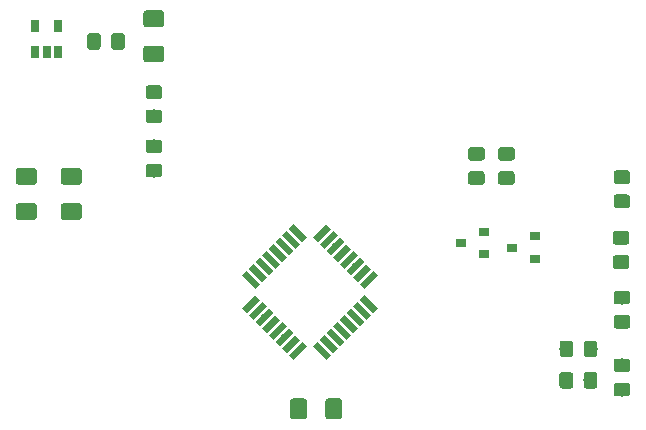
<source format=gbr>
%TF.GenerationSoftware,KiCad,Pcbnew,(5.0.0)*%
%TF.CreationDate,2021-11-23T11:21:32+01:00*%
%TF.ProjectId,PlacaSlave3AGesinen,506C616361536C617665334147657369,rev?*%
%TF.SameCoordinates,Original*%
%TF.FileFunction,Paste,Top*%
%TF.FilePolarity,Positive*%
%FSLAX46Y46*%
G04 Gerber Fmt 4.6, Leading zero omitted, Abs format (unit mm)*
G04 Created by KiCad (PCBNEW (5.0.0)) date 11/23/21 11:21:32*
%MOMM*%
%LPD*%
G01*
G04 APERTURE LIST*
%ADD10C,0.100000*%
%ADD11C,1.425000*%
%ADD12C,1.150000*%
%ADD13R,0.900000X0.800000*%
%ADD14R,0.650000X1.060000*%
%ADD15C,0.550000*%
G04 APERTURE END LIST*
D10*
%TO.C,C1*%
G36*
X133364504Y-79933704D02*
X133388773Y-79937304D01*
X133412571Y-79943265D01*
X133435671Y-79951530D01*
X133457849Y-79962020D01*
X133478893Y-79974633D01*
X133498598Y-79989247D01*
X133516777Y-80005723D01*
X133533253Y-80023902D01*
X133547867Y-80043607D01*
X133560480Y-80064651D01*
X133570970Y-80086829D01*
X133579235Y-80109929D01*
X133585196Y-80133727D01*
X133588796Y-80157996D01*
X133590000Y-80182500D01*
X133590000Y-81107500D01*
X133588796Y-81132004D01*
X133585196Y-81156273D01*
X133579235Y-81180071D01*
X133570970Y-81203171D01*
X133560480Y-81225349D01*
X133547867Y-81246393D01*
X133533253Y-81266098D01*
X133516777Y-81284277D01*
X133498598Y-81300753D01*
X133478893Y-81315367D01*
X133457849Y-81327980D01*
X133435671Y-81338470D01*
X133412571Y-81346735D01*
X133388773Y-81352696D01*
X133364504Y-81356296D01*
X133340000Y-81357500D01*
X132090000Y-81357500D01*
X132065496Y-81356296D01*
X132041227Y-81352696D01*
X132017429Y-81346735D01*
X131994329Y-81338470D01*
X131972151Y-81327980D01*
X131951107Y-81315367D01*
X131931402Y-81300753D01*
X131913223Y-81284277D01*
X131896747Y-81266098D01*
X131882133Y-81246393D01*
X131869520Y-81225349D01*
X131859030Y-81203171D01*
X131850765Y-81180071D01*
X131844804Y-81156273D01*
X131841204Y-81132004D01*
X131840000Y-81107500D01*
X131840000Y-80182500D01*
X131841204Y-80157996D01*
X131844804Y-80133727D01*
X131850765Y-80109929D01*
X131859030Y-80086829D01*
X131869520Y-80064651D01*
X131882133Y-80043607D01*
X131896747Y-80023902D01*
X131913223Y-80005723D01*
X131931402Y-79989247D01*
X131951107Y-79974633D01*
X131972151Y-79962020D01*
X131994329Y-79951530D01*
X132017429Y-79943265D01*
X132041227Y-79937304D01*
X132065496Y-79933704D01*
X132090000Y-79932500D01*
X133340000Y-79932500D01*
X133364504Y-79933704D01*
X133364504Y-79933704D01*
G37*
D11*
X132715000Y-80645000D03*
D10*
G36*
X133364504Y-82908704D02*
X133388773Y-82912304D01*
X133412571Y-82918265D01*
X133435671Y-82926530D01*
X133457849Y-82937020D01*
X133478893Y-82949633D01*
X133498598Y-82964247D01*
X133516777Y-82980723D01*
X133533253Y-82998902D01*
X133547867Y-83018607D01*
X133560480Y-83039651D01*
X133570970Y-83061829D01*
X133579235Y-83084929D01*
X133585196Y-83108727D01*
X133588796Y-83132996D01*
X133590000Y-83157500D01*
X133590000Y-84082500D01*
X133588796Y-84107004D01*
X133585196Y-84131273D01*
X133579235Y-84155071D01*
X133570970Y-84178171D01*
X133560480Y-84200349D01*
X133547867Y-84221393D01*
X133533253Y-84241098D01*
X133516777Y-84259277D01*
X133498598Y-84275753D01*
X133478893Y-84290367D01*
X133457849Y-84302980D01*
X133435671Y-84313470D01*
X133412571Y-84321735D01*
X133388773Y-84327696D01*
X133364504Y-84331296D01*
X133340000Y-84332500D01*
X132090000Y-84332500D01*
X132065496Y-84331296D01*
X132041227Y-84327696D01*
X132017429Y-84321735D01*
X131994329Y-84313470D01*
X131972151Y-84302980D01*
X131951107Y-84290367D01*
X131931402Y-84275753D01*
X131913223Y-84259277D01*
X131896747Y-84241098D01*
X131882133Y-84221393D01*
X131869520Y-84200349D01*
X131859030Y-84178171D01*
X131850765Y-84155071D01*
X131844804Y-84131273D01*
X131841204Y-84107004D01*
X131840000Y-84082500D01*
X131840000Y-83157500D01*
X131841204Y-83132996D01*
X131844804Y-83108727D01*
X131850765Y-83084929D01*
X131859030Y-83061829D01*
X131869520Y-83039651D01*
X131882133Y-83018607D01*
X131896747Y-82998902D01*
X131913223Y-82980723D01*
X131931402Y-82964247D01*
X131951107Y-82949633D01*
X131972151Y-82937020D01*
X131994329Y-82926530D01*
X132017429Y-82918265D01*
X132041227Y-82912304D01*
X132065496Y-82908704D01*
X132090000Y-82907500D01*
X133340000Y-82907500D01*
X133364504Y-82908704D01*
X133364504Y-82908704D01*
G37*
D11*
X132715000Y-83620000D03*
%TD*%
D10*
%TO.C,C2*%
G36*
X148442004Y-112791204D02*
X148466273Y-112794804D01*
X148490071Y-112800765D01*
X148513171Y-112809030D01*
X148535349Y-112819520D01*
X148556393Y-112832133D01*
X148576098Y-112846747D01*
X148594277Y-112863223D01*
X148610753Y-112881402D01*
X148625367Y-112901107D01*
X148637980Y-112922151D01*
X148648470Y-112944329D01*
X148656735Y-112967429D01*
X148662696Y-112991227D01*
X148666296Y-113015496D01*
X148667500Y-113040000D01*
X148667500Y-114290000D01*
X148666296Y-114314504D01*
X148662696Y-114338773D01*
X148656735Y-114362571D01*
X148648470Y-114385671D01*
X148637980Y-114407849D01*
X148625367Y-114428893D01*
X148610753Y-114448598D01*
X148594277Y-114466777D01*
X148576098Y-114483253D01*
X148556393Y-114497867D01*
X148535349Y-114510480D01*
X148513171Y-114520970D01*
X148490071Y-114529235D01*
X148466273Y-114535196D01*
X148442004Y-114538796D01*
X148417500Y-114540000D01*
X147492500Y-114540000D01*
X147467996Y-114538796D01*
X147443727Y-114535196D01*
X147419929Y-114529235D01*
X147396829Y-114520970D01*
X147374651Y-114510480D01*
X147353607Y-114497867D01*
X147333902Y-114483253D01*
X147315723Y-114466777D01*
X147299247Y-114448598D01*
X147284633Y-114428893D01*
X147272020Y-114407849D01*
X147261530Y-114385671D01*
X147253265Y-114362571D01*
X147247304Y-114338773D01*
X147243704Y-114314504D01*
X147242500Y-114290000D01*
X147242500Y-113040000D01*
X147243704Y-113015496D01*
X147247304Y-112991227D01*
X147253265Y-112967429D01*
X147261530Y-112944329D01*
X147272020Y-112922151D01*
X147284633Y-112901107D01*
X147299247Y-112881402D01*
X147315723Y-112863223D01*
X147333902Y-112846747D01*
X147353607Y-112832133D01*
X147374651Y-112819520D01*
X147396829Y-112809030D01*
X147419929Y-112800765D01*
X147443727Y-112794804D01*
X147467996Y-112791204D01*
X147492500Y-112790000D01*
X148417500Y-112790000D01*
X148442004Y-112791204D01*
X148442004Y-112791204D01*
G37*
D11*
X147955000Y-113665000D03*
D10*
G36*
X145467004Y-112791204D02*
X145491273Y-112794804D01*
X145515071Y-112800765D01*
X145538171Y-112809030D01*
X145560349Y-112819520D01*
X145581393Y-112832133D01*
X145601098Y-112846747D01*
X145619277Y-112863223D01*
X145635753Y-112881402D01*
X145650367Y-112901107D01*
X145662980Y-112922151D01*
X145673470Y-112944329D01*
X145681735Y-112967429D01*
X145687696Y-112991227D01*
X145691296Y-113015496D01*
X145692500Y-113040000D01*
X145692500Y-114290000D01*
X145691296Y-114314504D01*
X145687696Y-114338773D01*
X145681735Y-114362571D01*
X145673470Y-114385671D01*
X145662980Y-114407849D01*
X145650367Y-114428893D01*
X145635753Y-114448598D01*
X145619277Y-114466777D01*
X145601098Y-114483253D01*
X145581393Y-114497867D01*
X145560349Y-114510480D01*
X145538171Y-114520970D01*
X145515071Y-114529235D01*
X145491273Y-114535196D01*
X145467004Y-114538796D01*
X145442500Y-114540000D01*
X144517500Y-114540000D01*
X144492996Y-114538796D01*
X144468727Y-114535196D01*
X144444929Y-114529235D01*
X144421829Y-114520970D01*
X144399651Y-114510480D01*
X144378607Y-114497867D01*
X144358902Y-114483253D01*
X144340723Y-114466777D01*
X144324247Y-114448598D01*
X144309633Y-114428893D01*
X144297020Y-114407849D01*
X144286530Y-114385671D01*
X144278265Y-114362571D01*
X144272304Y-114338773D01*
X144268704Y-114314504D01*
X144267500Y-114290000D01*
X144267500Y-113040000D01*
X144268704Y-113015496D01*
X144272304Y-112991227D01*
X144278265Y-112967429D01*
X144286530Y-112944329D01*
X144297020Y-112922151D01*
X144309633Y-112901107D01*
X144324247Y-112881402D01*
X144340723Y-112863223D01*
X144358902Y-112846747D01*
X144378607Y-112832133D01*
X144399651Y-112819520D01*
X144421829Y-112809030D01*
X144444929Y-112800765D01*
X144468727Y-112794804D01*
X144492996Y-112791204D01*
X144517500Y-112790000D01*
X145442500Y-112790000D01*
X145467004Y-112791204D01*
X145467004Y-112791204D01*
G37*
D11*
X144980000Y-113665000D03*
%TD*%
D10*
%TO.C,C3*%
G36*
X126379504Y-93268704D02*
X126403773Y-93272304D01*
X126427571Y-93278265D01*
X126450671Y-93286530D01*
X126472849Y-93297020D01*
X126493893Y-93309633D01*
X126513598Y-93324247D01*
X126531777Y-93340723D01*
X126548253Y-93358902D01*
X126562867Y-93378607D01*
X126575480Y-93399651D01*
X126585970Y-93421829D01*
X126594235Y-93444929D01*
X126600196Y-93468727D01*
X126603796Y-93492996D01*
X126605000Y-93517500D01*
X126605000Y-94442500D01*
X126603796Y-94467004D01*
X126600196Y-94491273D01*
X126594235Y-94515071D01*
X126585970Y-94538171D01*
X126575480Y-94560349D01*
X126562867Y-94581393D01*
X126548253Y-94601098D01*
X126531777Y-94619277D01*
X126513598Y-94635753D01*
X126493893Y-94650367D01*
X126472849Y-94662980D01*
X126450671Y-94673470D01*
X126427571Y-94681735D01*
X126403773Y-94687696D01*
X126379504Y-94691296D01*
X126355000Y-94692500D01*
X125105000Y-94692500D01*
X125080496Y-94691296D01*
X125056227Y-94687696D01*
X125032429Y-94681735D01*
X125009329Y-94673470D01*
X124987151Y-94662980D01*
X124966107Y-94650367D01*
X124946402Y-94635753D01*
X124928223Y-94619277D01*
X124911747Y-94601098D01*
X124897133Y-94581393D01*
X124884520Y-94560349D01*
X124874030Y-94538171D01*
X124865765Y-94515071D01*
X124859804Y-94491273D01*
X124856204Y-94467004D01*
X124855000Y-94442500D01*
X124855000Y-93517500D01*
X124856204Y-93492996D01*
X124859804Y-93468727D01*
X124865765Y-93444929D01*
X124874030Y-93421829D01*
X124884520Y-93399651D01*
X124897133Y-93378607D01*
X124911747Y-93358902D01*
X124928223Y-93340723D01*
X124946402Y-93324247D01*
X124966107Y-93309633D01*
X124987151Y-93297020D01*
X125009329Y-93286530D01*
X125032429Y-93278265D01*
X125056227Y-93272304D01*
X125080496Y-93268704D01*
X125105000Y-93267500D01*
X126355000Y-93267500D01*
X126379504Y-93268704D01*
X126379504Y-93268704D01*
G37*
D11*
X125730000Y-93980000D03*
D10*
G36*
X126379504Y-96243704D02*
X126403773Y-96247304D01*
X126427571Y-96253265D01*
X126450671Y-96261530D01*
X126472849Y-96272020D01*
X126493893Y-96284633D01*
X126513598Y-96299247D01*
X126531777Y-96315723D01*
X126548253Y-96333902D01*
X126562867Y-96353607D01*
X126575480Y-96374651D01*
X126585970Y-96396829D01*
X126594235Y-96419929D01*
X126600196Y-96443727D01*
X126603796Y-96467996D01*
X126605000Y-96492500D01*
X126605000Y-97417500D01*
X126603796Y-97442004D01*
X126600196Y-97466273D01*
X126594235Y-97490071D01*
X126585970Y-97513171D01*
X126575480Y-97535349D01*
X126562867Y-97556393D01*
X126548253Y-97576098D01*
X126531777Y-97594277D01*
X126513598Y-97610753D01*
X126493893Y-97625367D01*
X126472849Y-97637980D01*
X126450671Y-97648470D01*
X126427571Y-97656735D01*
X126403773Y-97662696D01*
X126379504Y-97666296D01*
X126355000Y-97667500D01*
X125105000Y-97667500D01*
X125080496Y-97666296D01*
X125056227Y-97662696D01*
X125032429Y-97656735D01*
X125009329Y-97648470D01*
X124987151Y-97637980D01*
X124966107Y-97625367D01*
X124946402Y-97610753D01*
X124928223Y-97594277D01*
X124911747Y-97576098D01*
X124897133Y-97556393D01*
X124884520Y-97535349D01*
X124874030Y-97513171D01*
X124865765Y-97490071D01*
X124859804Y-97466273D01*
X124856204Y-97442004D01*
X124855000Y-97417500D01*
X124855000Y-96492500D01*
X124856204Y-96467996D01*
X124859804Y-96443727D01*
X124865765Y-96419929D01*
X124874030Y-96396829D01*
X124884520Y-96374651D01*
X124897133Y-96353607D01*
X124911747Y-96333902D01*
X124928223Y-96315723D01*
X124946402Y-96299247D01*
X124966107Y-96284633D01*
X124987151Y-96272020D01*
X125009329Y-96261530D01*
X125032429Y-96253265D01*
X125056227Y-96247304D01*
X125080496Y-96243704D01*
X125105000Y-96242500D01*
X126355000Y-96242500D01*
X126379504Y-96243704D01*
X126379504Y-96243704D01*
G37*
D11*
X125730000Y-96955000D03*
%TD*%
D10*
%TO.C,C4*%
G36*
X122569504Y-96243704D02*
X122593773Y-96247304D01*
X122617571Y-96253265D01*
X122640671Y-96261530D01*
X122662849Y-96272020D01*
X122683893Y-96284633D01*
X122703598Y-96299247D01*
X122721777Y-96315723D01*
X122738253Y-96333902D01*
X122752867Y-96353607D01*
X122765480Y-96374651D01*
X122775970Y-96396829D01*
X122784235Y-96419929D01*
X122790196Y-96443727D01*
X122793796Y-96467996D01*
X122795000Y-96492500D01*
X122795000Y-97417500D01*
X122793796Y-97442004D01*
X122790196Y-97466273D01*
X122784235Y-97490071D01*
X122775970Y-97513171D01*
X122765480Y-97535349D01*
X122752867Y-97556393D01*
X122738253Y-97576098D01*
X122721777Y-97594277D01*
X122703598Y-97610753D01*
X122683893Y-97625367D01*
X122662849Y-97637980D01*
X122640671Y-97648470D01*
X122617571Y-97656735D01*
X122593773Y-97662696D01*
X122569504Y-97666296D01*
X122545000Y-97667500D01*
X121295000Y-97667500D01*
X121270496Y-97666296D01*
X121246227Y-97662696D01*
X121222429Y-97656735D01*
X121199329Y-97648470D01*
X121177151Y-97637980D01*
X121156107Y-97625367D01*
X121136402Y-97610753D01*
X121118223Y-97594277D01*
X121101747Y-97576098D01*
X121087133Y-97556393D01*
X121074520Y-97535349D01*
X121064030Y-97513171D01*
X121055765Y-97490071D01*
X121049804Y-97466273D01*
X121046204Y-97442004D01*
X121045000Y-97417500D01*
X121045000Y-96492500D01*
X121046204Y-96467996D01*
X121049804Y-96443727D01*
X121055765Y-96419929D01*
X121064030Y-96396829D01*
X121074520Y-96374651D01*
X121087133Y-96353607D01*
X121101747Y-96333902D01*
X121118223Y-96315723D01*
X121136402Y-96299247D01*
X121156107Y-96284633D01*
X121177151Y-96272020D01*
X121199329Y-96261530D01*
X121222429Y-96253265D01*
X121246227Y-96247304D01*
X121270496Y-96243704D01*
X121295000Y-96242500D01*
X122545000Y-96242500D01*
X122569504Y-96243704D01*
X122569504Y-96243704D01*
G37*
D11*
X121920000Y-96955000D03*
D10*
G36*
X122569504Y-93268704D02*
X122593773Y-93272304D01*
X122617571Y-93278265D01*
X122640671Y-93286530D01*
X122662849Y-93297020D01*
X122683893Y-93309633D01*
X122703598Y-93324247D01*
X122721777Y-93340723D01*
X122738253Y-93358902D01*
X122752867Y-93378607D01*
X122765480Y-93399651D01*
X122775970Y-93421829D01*
X122784235Y-93444929D01*
X122790196Y-93468727D01*
X122793796Y-93492996D01*
X122795000Y-93517500D01*
X122795000Y-94442500D01*
X122793796Y-94467004D01*
X122790196Y-94491273D01*
X122784235Y-94515071D01*
X122775970Y-94538171D01*
X122765480Y-94560349D01*
X122752867Y-94581393D01*
X122738253Y-94601098D01*
X122721777Y-94619277D01*
X122703598Y-94635753D01*
X122683893Y-94650367D01*
X122662849Y-94662980D01*
X122640671Y-94673470D01*
X122617571Y-94681735D01*
X122593773Y-94687696D01*
X122569504Y-94691296D01*
X122545000Y-94692500D01*
X121295000Y-94692500D01*
X121270496Y-94691296D01*
X121246227Y-94687696D01*
X121222429Y-94681735D01*
X121199329Y-94673470D01*
X121177151Y-94662980D01*
X121156107Y-94650367D01*
X121136402Y-94635753D01*
X121118223Y-94619277D01*
X121101747Y-94601098D01*
X121087133Y-94581393D01*
X121074520Y-94560349D01*
X121064030Y-94538171D01*
X121055765Y-94515071D01*
X121049804Y-94491273D01*
X121046204Y-94467004D01*
X121045000Y-94442500D01*
X121045000Y-93517500D01*
X121046204Y-93492996D01*
X121049804Y-93468727D01*
X121055765Y-93444929D01*
X121064030Y-93421829D01*
X121074520Y-93399651D01*
X121087133Y-93378607D01*
X121101747Y-93358902D01*
X121118223Y-93340723D01*
X121136402Y-93324247D01*
X121156107Y-93309633D01*
X121177151Y-93297020D01*
X121199329Y-93286530D01*
X121222429Y-93278265D01*
X121246227Y-93272304D01*
X121270496Y-93268704D01*
X121295000Y-93267500D01*
X122545000Y-93267500D01*
X122569504Y-93268704D01*
X122569504Y-93268704D01*
G37*
D11*
X121920000Y-93980000D03*
%TD*%
D10*
%TO.C,D1*%
G36*
X133189505Y-92916204D02*
X133213773Y-92919804D01*
X133237572Y-92925765D01*
X133260671Y-92934030D01*
X133282850Y-92944520D01*
X133303893Y-92957132D01*
X133323599Y-92971747D01*
X133341777Y-92988223D01*
X133358253Y-93006401D01*
X133372868Y-93026107D01*
X133385480Y-93047150D01*
X133395970Y-93069329D01*
X133404235Y-93092428D01*
X133410196Y-93116227D01*
X133413796Y-93140495D01*
X133415000Y-93164999D01*
X133415000Y-93815001D01*
X133413796Y-93839505D01*
X133410196Y-93863773D01*
X133404235Y-93887572D01*
X133395970Y-93910671D01*
X133385480Y-93932850D01*
X133372868Y-93953893D01*
X133358253Y-93973599D01*
X133341777Y-93991777D01*
X133323599Y-94008253D01*
X133303893Y-94022868D01*
X133282850Y-94035480D01*
X133260671Y-94045970D01*
X133237572Y-94054235D01*
X133213773Y-94060196D01*
X133189505Y-94063796D01*
X133165001Y-94065000D01*
X132264999Y-94065000D01*
X132240495Y-94063796D01*
X132216227Y-94060196D01*
X132192428Y-94054235D01*
X132169329Y-94045970D01*
X132147150Y-94035480D01*
X132126107Y-94022868D01*
X132106401Y-94008253D01*
X132088223Y-93991777D01*
X132071747Y-93973599D01*
X132057132Y-93953893D01*
X132044520Y-93932850D01*
X132034030Y-93910671D01*
X132025765Y-93887572D01*
X132019804Y-93863773D01*
X132016204Y-93839505D01*
X132015000Y-93815001D01*
X132015000Y-93164999D01*
X132016204Y-93140495D01*
X132019804Y-93116227D01*
X132025765Y-93092428D01*
X132034030Y-93069329D01*
X132044520Y-93047150D01*
X132057132Y-93026107D01*
X132071747Y-93006401D01*
X132088223Y-92988223D01*
X132106401Y-92971747D01*
X132126107Y-92957132D01*
X132147150Y-92944520D01*
X132169329Y-92934030D01*
X132192428Y-92925765D01*
X132216227Y-92919804D01*
X132240495Y-92916204D01*
X132264999Y-92915000D01*
X133165001Y-92915000D01*
X133189505Y-92916204D01*
X133189505Y-92916204D01*
G37*
D12*
X132715000Y-93490000D03*
D10*
G36*
X133189505Y-90866204D02*
X133213773Y-90869804D01*
X133237572Y-90875765D01*
X133260671Y-90884030D01*
X133282850Y-90894520D01*
X133303893Y-90907132D01*
X133323599Y-90921747D01*
X133341777Y-90938223D01*
X133358253Y-90956401D01*
X133372868Y-90976107D01*
X133385480Y-90997150D01*
X133395970Y-91019329D01*
X133404235Y-91042428D01*
X133410196Y-91066227D01*
X133413796Y-91090495D01*
X133415000Y-91114999D01*
X133415000Y-91765001D01*
X133413796Y-91789505D01*
X133410196Y-91813773D01*
X133404235Y-91837572D01*
X133395970Y-91860671D01*
X133385480Y-91882850D01*
X133372868Y-91903893D01*
X133358253Y-91923599D01*
X133341777Y-91941777D01*
X133323599Y-91958253D01*
X133303893Y-91972868D01*
X133282850Y-91985480D01*
X133260671Y-91995970D01*
X133237572Y-92004235D01*
X133213773Y-92010196D01*
X133189505Y-92013796D01*
X133165001Y-92015000D01*
X132264999Y-92015000D01*
X132240495Y-92013796D01*
X132216227Y-92010196D01*
X132192428Y-92004235D01*
X132169329Y-91995970D01*
X132147150Y-91985480D01*
X132126107Y-91972868D01*
X132106401Y-91958253D01*
X132088223Y-91941777D01*
X132071747Y-91923599D01*
X132057132Y-91903893D01*
X132044520Y-91882850D01*
X132034030Y-91860671D01*
X132025765Y-91837572D01*
X132019804Y-91813773D01*
X132016204Y-91789505D01*
X132015000Y-91765001D01*
X132015000Y-91114999D01*
X132016204Y-91090495D01*
X132019804Y-91066227D01*
X132025765Y-91042428D01*
X132034030Y-91019329D01*
X132044520Y-90997150D01*
X132057132Y-90976107D01*
X132071747Y-90956401D01*
X132088223Y-90938223D01*
X132106401Y-90921747D01*
X132126107Y-90907132D01*
X132147150Y-90894520D01*
X132169329Y-90884030D01*
X132192428Y-90875765D01*
X132216227Y-90869804D01*
X132240495Y-90866204D01*
X132264999Y-90865000D01*
X133165001Y-90865000D01*
X133189505Y-90866204D01*
X133189505Y-90866204D01*
G37*
D12*
X132715000Y-91440000D03*
%TD*%
D10*
%TO.C,D2*%
G36*
X170039505Y-107886204D02*
X170063773Y-107889804D01*
X170087572Y-107895765D01*
X170110671Y-107904030D01*
X170132850Y-107914520D01*
X170153893Y-107927132D01*
X170173599Y-107941747D01*
X170191777Y-107958223D01*
X170208253Y-107976401D01*
X170222868Y-107996107D01*
X170235480Y-108017150D01*
X170245970Y-108039329D01*
X170254235Y-108062428D01*
X170260196Y-108086227D01*
X170263796Y-108110495D01*
X170265000Y-108134999D01*
X170265000Y-109035001D01*
X170263796Y-109059505D01*
X170260196Y-109083773D01*
X170254235Y-109107572D01*
X170245970Y-109130671D01*
X170235480Y-109152850D01*
X170222868Y-109173893D01*
X170208253Y-109193599D01*
X170191777Y-109211777D01*
X170173599Y-109228253D01*
X170153893Y-109242868D01*
X170132850Y-109255480D01*
X170110671Y-109265970D01*
X170087572Y-109274235D01*
X170063773Y-109280196D01*
X170039505Y-109283796D01*
X170015001Y-109285000D01*
X169364999Y-109285000D01*
X169340495Y-109283796D01*
X169316227Y-109280196D01*
X169292428Y-109274235D01*
X169269329Y-109265970D01*
X169247150Y-109255480D01*
X169226107Y-109242868D01*
X169206401Y-109228253D01*
X169188223Y-109211777D01*
X169171747Y-109193599D01*
X169157132Y-109173893D01*
X169144520Y-109152850D01*
X169134030Y-109130671D01*
X169125765Y-109107572D01*
X169119804Y-109083773D01*
X169116204Y-109059505D01*
X169115000Y-109035001D01*
X169115000Y-108134999D01*
X169116204Y-108110495D01*
X169119804Y-108086227D01*
X169125765Y-108062428D01*
X169134030Y-108039329D01*
X169144520Y-108017150D01*
X169157132Y-107996107D01*
X169171747Y-107976401D01*
X169188223Y-107958223D01*
X169206401Y-107941747D01*
X169226107Y-107927132D01*
X169247150Y-107914520D01*
X169269329Y-107904030D01*
X169292428Y-107895765D01*
X169316227Y-107889804D01*
X169340495Y-107886204D01*
X169364999Y-107885000D01*
X170015001Y-107885000D01*
X170039505Y-107886204D01*
X170039505Y-107886204D01*
G37*
D12*
X169690000Y-108585000D03*
D10*
G36*
X167989505Y-107886204D02*
X168013773Y-107889804D01*
X168037572Y-107895765D01*
X168060671Y-107904030D01*
X168082850Y-107914520D01*
X168103893Y-107927132D01*
X168123599Y-107941747D01*
X168141777Y-107958223D01*
X168158253Y-107976401D01*
X168172868Y-107996107D01*
X168185480Y-108017150D01*
X168195970Y-108039329D01*
X168204235Y-108062428D01*
X168210196Y-108086227D01*
X168213796Y-108110495D01*
X168215000Y-108134999D01*
X168215000Y-109035001D01*
X168213796Y-109059505D01*
X168210196Y-109083773D01*
X168204235Y-109107572D01*
X168195970Y-109130671D01*
X168185480Y-109152850D01*
X168172868Y-109173893D01*
X168158253Y-109193599D01*
X168141777Y-109211777D01*
X168123599Y-109228253D01*
X168103893Y-109242868D01*
X168082850Y-109255480D01*
X168060671Y-109265970D01*
X168037572Y-109274235D01*
X168013773Y-109280196D01*
X167989505Y-109283796D01*
X167965001Y-109285000D01*
X167314999Y-109285000D01*
X167290495Y-109283796D01*
X167266227Y-109280196D01*
X167242428Y-109274235D01*
X167219329Y-109265970D01*
X167197150Y-109255480D01*
X167176107Y-109242868D01*
X167156401Y-109228253D01*
X167138223Y-109211777D01*
X167121747Y-109193599D01*
X167107132Y-109173893D01*
X167094520Y-109152850D01*
X167084030Y-109130671D01*
X167075765Y-109107572D01*
X167069804Y-109083773D01*
X167066204Y-109059505D01*
X167065000Y-109035001D01*
X167065000Y-108134999D01*
X167066204Y-108110495D01*
X167069804Y-108086227D01*
X167075765Y-108062428D01*
X167084030Y-108039329D01*
X167094520Y-108017150D01*
X167107132Y-107996107D01*
X167121747Y-107976401D01*
X167138223Y-107958223D01*
X167156401Y-107941747D01*
X167176107Y-107927132D01*
X167197150Y-107914520D01*
X167219329Y-107904030D01*
X167242428Y-107895765D01*
X167266227Y-107889804D01*
X167290495Y-107886204D01*
X167314999Y-107885000D01*
X167965001Y-107885000D01*
X167989505Y-107886204D01*
X167989505Y-107886204D01*
G37*
D12*
X167640000Y-108585000D03*
%TD*%
D10*
%TO.C,R1*%
G36*
X133189505Y-88326204D02*
X133213773Y-88329804D01*
X133237572Y-88335765D01*
X133260671Y-88344030D01*
X133282850Y-88354520D01*
X133303893Y-88367132D01*
X133323599Y-88381747D01*
X133341777Y-88398223D01*
X133358253Y-88416401D01*
X133372868Y-88436107D01*
X133385480Y-88457150D01*
X133395970Y-88479329D01*
X133404235Y-88502428D01*
X133410196Y-88526227D01*
X133413796Y-88550495D01*
X133415000Y-88574999D01*
X133415000Y-89225001D01*
X133413796Y-89249505D01*
X133410196Y-89273773D01*
X133404235Y-89297572D01*
X133395970Y-89320671D01*
X133385480Y-89342850D01*
X133372868Y-89363893D01*
X133358253Y-89383599D01*
X133341777Y-89401777D01*
X133323599Y-89418253D01*
X133303893Y-89432868D01*
X133282850Y-89445480D01*
X133260671Y-89455970D01*
X133237572Y-89464235D01*
X133213773Y-89470196D01*
X133189505Y-89473796D01*
X133165001Y-89475000D01*
X132264999Y-89475000D01*
X132240495Y-89473796D01*
X132216227Y-89470196D01*
X132192428Y-89464235D01*
X132169329Y-89455970D01*
X132147150Y-89445480D01*
X132126107Y-89432868D01*
X132106401Y-89418253D01*
X132088223Y-89401777D01*
X132071747Y-89383599D01*
X132057132Y-89363893D01*
X132044520Y-89342850D01*
X132034030Y-89320671D01*
X132025765Y-89297572D01*
X132019804Y-89273773D01*
X132016204Y-89249505D01*
X132015000Y-89225001D01*
X132015000Y-88574999D01*
X132016204Y-88550495D01*
X132019804Y-88526227D01*
X132025765Y-88502428D01*
X132034030Y-88479329D01*
X132044520Y-88457150D01*
X132057132Y-88436107D01*
X132071747Y-88416401D01*
X132088223Y-88398223D01*
X132106401Y-88381747D01*
X132126107Y-88367132D01*
X132147150Y-88354520D01*
X132169329Y-88344030D01*
X132192428Y-88335765D01*
X132216227Y-88329804D01*
X132240495Y-88326204D01*
X132264999Y-88325000D01*
X133165001Y-88325000D01*
X133189505Y-88326204D01*
X133189505Y-88326204D01*
G37*
D12*
X132715000Y-88900000D03*
D10*
G36*
X133189505Y-86276204D02*
X133213773Y-86279804D01*
X133237572Y-86285765D01*
X133260671Y-86294030D01*
X133282850Y-86304520D01*
X133303893Y-86317132D01*
X133323599Y-86331747D01*
X133341777Y-86348223D01*
X133358253Y-86366401D01*
X133372868Y-86386107D01*
X133385480Y-86407150D01*
X133395970Y-86429329D01*
X133404235Y-86452428D01*
X133410196Y-86476227D01*
X133413796Y-86500495D01*
X133415000Y-86524999D01*
X133415000Y-87175001D01*
X133413796Y-87199505D01*
X133410196Y-87223773D01*
X133404235Y-87247572D01*
X133395970Y-87270671D01*
X133385480Y-87292850D01*
X133372868Y-87313893D01*
X133358253Y-87333599D01*
X133341777Y-87351777D01*
X133323599Y-87368253D01*
X133303893Y-87382868D01*
X133282850Y-87395480D01*
X133260671Y-87405970D01*
X133237572Y-87414235D01*
X133213773Y-87420196D01*
X133189505Y-87423796D01*
X133165001Y-87425000D01*
X132264999Y-87425000D01*
X132240495Y-87423796D01*
X132216227Y-87420196D01*
X132192428Y-87414235D01*
X132169329Y-87405970D01*
X132147150Y-87395480D01*
X132126107Y-87382868D01*
X132106401Y-87368253D01*
X132088223Y-87351777D01*
X132071747Y-87333599D01*
X132057132Y-87313893D01*
X132044520Y-87292850D01*
X132034030Y-87270671D01*
X132025765Y-87247572D01*
X132019804Y-87223773D01*
X132016204Y-87199505D01*
X132015000Y-87175001D01*
X132015000Y-86524999D01*
X132016204Y-86500495D01*
X132019804Y-86476227D01*
X132025765Y-86452428D01*
X132034030Y-86429329D01*
X132044520Y-86407150D01*
X132057132Y-86386107D01*
X132071747Y-86366401D01*
X132088223Y-86348223D01*
X132106401Y-86331747D01*
X132126107Y-86317132D01*
X132147150Y-86304520D01*
X132169329Y-86294030D01*
X132192428Y-86285765D01*
X132216227Y-86279804D01*
X132240495Y-86276204D01*
X132264999Y-86275000D01*
X133165001Y-86275000D01*
X133189505Y-86276204D01*
X133189505Y-86276204D01*
G37*
D12*
X132715000Y-86850000D03*
%TD*%
D10*
%TO.C,R2*%
G36*
X163034505Y-91501204D02*
X163058773Y-91504804D01*
X163082572Y-91510765D01*
X163105671Y-91519030D01*
X163127850Y-91529520D01*
X163148893Y-91542132D01*
X163168599Y-91556747D01*
X163186777Y-91573223D01*
X163203253Y-91591401D01*
X163217868Y-91611107D01*
X163230480Y-91632150D01*
X163240970Y-91654329D01*
X163249235Y-91677428D01*
X163255196Y-91701227D01*
X163258796Y-91725495D01*
X163260000Y-91749999D01*
X163260000Y-92400001D01*
X163258796Y-92424505D01*
X163255196Y-92448773D01*
X163249235Y-92472572D01*
X163240970Y-92495671D01*
X163230480Y-92517850D01*
X163217868Y-92538893D01*
X163203253Y-92558599D01*
X163186777Y-92576777D01*
X163168599Y-92593253D01*
X163148893Y-92607868D01*
X163127850Y-92620480D01*
X163105671Y-92630970D01*
X163082572Y-92639235D01*
X163058773Y-92645196D01*
X163034505Y-92648796D01*
X163010001Y-92650000D01*
X162109999Y-92650000D01*
X162085495Y-92648796D01*
X162061227Y-92645196D01*
X162037428Y-92639235D01*
X162014329Y-92630970D01*
X161992150Y-92620480D01*
X161971107Y-92607868D01*
X161951401Y-92593253D01*
X161933223Y-92576777D01*
X161916747Y-92558599D01*
X161902132Y-92538893D01*
X161889520Y-92517850D01*
X161879030Y-92495671D01*
X161870765Y-92472572D01*
X161864804Y-92448773D01*
X161861204Y-92424505D01*
X161860000Y-92400001D01*
X161860000Y-91749999D01*
X161861204Y-91725495D01*
X161864804Y-91701227D01*
X161870765Y-91677428D01*
X161879030Y-91654329D01*
X161889520Y-91632150D01*
X161902132Y-91611107D01*
X161916747Y-91591401D01*
X161933223Y-91573223D01*
X161951401Y-91556747D01*
X161971107Y-91542132D01*
X161992150Y-91529520D01*
X162014329Y-91519030D01*
X162037428Y-91510765D01*
X162061227Y-91504804D01*
X162085495Y-91501204D01*
X162109999Y-91500000D01*
X163010001Y-91500000D01*
X163034505Y-91501204D01*
X163034505Y-91501204D01*
G37*
D12*
X162560000Y-92075000D03*
D10*
G36*
X163034505Y-93551204D02*
X163058773Y-93554804D01*
X163082572Y-93560765D01*
X163105671Y-93569030D01*
X163127850Y-93579520D01*
X163148893Y-93592132D01*
X163168599Y-93606747D01*
X163186777Y-93623223D01*
X163203253Y-93641401D01*
X163217868Y-93661107D01*
X163230480Y-93682150D01*
X163240970Y-93704329D01*
X163249235Y-93727428D01*
X163255196Y-93751227D01*
X163258796Y-93775495D01*
X163260000Y-93799999D01*
X163260000Y-94450001D01*
X163258796Y-94474505D01*
X163255196Y-94498773D01*
X163249235Y-94522572D01*
X163240970Y-94545671D01*
X163230480Y-94567850D01*
X163217868Y-94588893D01*
X163203253Y-94608599D01*
X163186777Y-94626777D01*
X163168599Y-94643253D01*
X163148893Y-94657868D01*
X163127850Y-94670480D01*
X163105671Y-94680970D01*
X163082572Y-94689235D01*
X163058773Y-94695196D01*
X163034505Y-94698796D01*
X163010001Y-94700000D01*
X162109999Y-94700000D01*
X162085495Y-94698796D01*
X162061227Y-94695196D01*
X162037428Y-94689235D01*
X162014329Y-94680970D01*
X161992150Y-94670480D01*
X161971107Y-94657868D01*
X161951401Y-94643253D01*
X161933223Y-94626777D01*
X161916747Y-94608599D01*
X161902132Y-94588893D01*
X161889520Y-94567850D01*
X161879030Y-94545671D01*
X161870765Y-94522572D01*
X161864804Y-94498773D01*
X161861204Y-94474505D01*
X161860000Y-94450001D01*
X161860000Y-93799999D01*
X161861204Y-93775495D01*
X161864804Y-93751227D01*
X161870765Y-93727428D01*
X161879030Y-93704329D01*
X161889520Y-93682150D01*
X161902132Y-93661107D01*
X161916747Y-93641401D01*
X161933223Y-93623223D01*
X161951401Y-93606747D01*
X161971107Y-93592132D01*
X161992150Y-93579520D01*
X162014329Y-93569030D01*
X162037428Y-93560765D01*
X162061227Y-93554804D01*
X162085495Y-93551204D01*
X162109999Y-93550000D01*
X163010001Y-93550000D01*
X163034505Y-93551204D01*
X163034505Y-93551204D01*
G37*
D12*
X162560000Y-94125000D03*
%TD*%
D10*
%TO.C,R3*%
G36*
X160494505Y-93551204D02*
X160518773Y-93554804D01*
X160542572Y-93560765D01*
X160565671Y-93569030D01*
X160587850Y-93579520D01*
X160608893Y-93592132D01*
X160628599Y-93606747D01*
X160646777Y-93623223D01*
X160663253Y-93641401D01*
X160677868Y-93661107D01*
X160690480Y-93682150D01*
X160700970Y-93704329D01*
X160709235Y-93727428D01*
X160715196Y-93751227D01*
X160718796Y-93775495D01*
X160720000Y-93799999D01*
X160720000Y-94450001D01*
X160718796Y-94474505D01*
X160715196Y-94498773D01*
X160709235Y-94522572D01*
X160700970Y-94545671D01*
X160690480Y-94567850D01*
X160677868Y-94588893D01*
X160663253Y-94608599D01*
X160646777Y-94626777D01*
X160628599Y-94643253D01*
X160608893Y-94657868D01*
X160587850Y-94670480D01*
X160565671Y-94680970D01*
X160542572Y-94689235D01*
X160518773Y-94695196D01*
X160494505Y-94698796D01*
X160470001Y-94700000D01*
X159569999Y-94700000D01*
X159545495Y-94698796D01*
X159521227Y-94695196D01*
X159497428Y-94689235D01*
X159474329Y-94680970D01*
X159452150Y-94670480D01*
X159431107Y-94657868D01*
X159411401Y-94643253D01*
X159393223Y-94626777D01*
X159376747Y-94608599D01*
X159362132Y-94588893D01*
X159349520Y-94567850D01*
X159339030Y-94545671D01*
X159330765Y-94522572D01*
X159324804Y-94498773D01*
X159321204Y-94474505D01*
X159320000Y-94450001D01*
X159320000Y-93799999D01*
X159321204Y-93775495D01*
X159324804Y-93751227D01*
X159330765Y-93727428D01*
X159339030Y-93704329D01*
X159349520Y-93682150D01*
X159362132Y-93661107D01*
X159376747Y-93641401D01*
X159393223Y-93623223D01*
X159411401Y-93606747D01*
X159431107Y-93592132D01*
X159452150Y-93579520D01*
X159474329Y-93569030D01*
X159497428Y-93560765D01*
X159521227Y-93554804D01*
X159545495Y-93551204D01*
X159569999Y-93550000D01*
X160470001Y-93550000D01*
X160494505Y-93551204D01*
X160494505Y-93551204D01*
G37*
D12*
X160020000Y-94125000D03*
D10*
G36*
X160494505Y-91501204D02*
X160518773Y-91504804D01*
X160542572Y-91510765D01*
X160565671Y-91519030D01*
X160587850Y-91529520D01*
X160608893Y-91542132D01*
X160628599Y-91556747D01*
X160646777Y-91573223D01*
X160663253Y-91591401D01*
X160677868Y-91611107D01*
X160690480Y-91632150D01*
X160700970Y-91654329D01*
X160709235Y-91677428D01*
X160715196Y-91701227D01*
X160718796Y-91725495D01*
X160720000Y-91749999D01*
X160720000Y-92400001D01*
X160718796Y-92424505D01*
X160715196Y-92448773D01*
X160709235Y-92472572D01*
X160700970Y-92495671D01*
X160690480Y-92517850D01*
X160677868Y-92538893D01*
X160663253Y-92558599D01*
X160646777Y-92576777D01*
X160628599Y-92593253D01*
X160608893Y-92607868D01*
X160587850Y-92620480D01*
X160565671Y-92630970D01*
X160542572Y-92639235D01*
X160518773Y-92645196D01*
X160494505Y-92648796D01*
X160470001Y-92650000D01*
X159569999Y-92650000D01*
X159545495Y-92648796D01*
X159521227Y-92645196D01*
X159497428Y-92639235D01*
X159474329Y-92630970D01*
X159452150Y-92620480D01*
X159431107Y-92607868D01*
X159411401Y-92593253D01*
X159393223Y-92576777D01*
X159376747Y-92558599D01*
X159362132Y-92538893D01*
X159349520Y-92517850D01*
X159339030Y-92495671D01*
X159330765Y-92472572D01*
X159324804Y-92448773D01*
X159321204Y-92424505D01*
X159320000Y-92400001D01*
X159320000Y-91749999D01*
X159321204Y-91725495D01*
X159324804Y-91701227D01*
X159330765Y-91677428D01*
X159339030Y-91654329D01*
X159349520Y-91632150D01*
X159362132Y-91611107D01*
X159376747Y-91591401D01*
X159393223Y-91573223D01*
X159411401Y-91556747D01*
X159431107Y-91542132D01*
X159452150Y-91529520D01*
X159474329Y-91519030D01*
X159497428Y-91510765D01*
X159521227Y-91504804D01*
X159545495Y-91501204D01*
X159569999Y-91500000D01*
X160470001Y-91500000D01*
X160494505Y-91501204D01*
X160494505Y-91501204D01*
G37*
D12*
X160020000Y-92075000D03*
%TD*%
D10*
%TO.C,R4*%
G36*
X130034505Y-81851204D02*
X130058773Y-81854804D01*
X130082572Y-81860765D01*
X130105671Y-81869030D01*
X130127850Y-81879520D01*
X130148893Y-81892132D01*
X130168599Y-81906747D01*
X130186777Y-81923223D01*
X130203253Y-81941401D01*
X130217868Y-81961107D01*
X130230480Y-81982150D01*
X130240970Y-82004329D01*
X130249235Y-82027428D01*
X130255196Y-82051227D01*
X130258796Y-82075495D01*
X130260000Y-82099999D01*
X130260000Y-83000001D01*
X130258796Y-83024505D01*
X130255196Y-83048773D01*
X130249235Y-83072572D01*
X130240970Y-83095671D01*
X130230480Y-83117850D01*
X130217868Y-83138893D01*
X130203253Y-83158599D01*
X130186777Y-83176777D01*
X130168599Y-83193253D01*
X130148893Y-83207868D01*
X130127850Y-83220480D01*
X130105671Y-83230970D01*
X130082572Y-83239235D01*
X130058773Y-83245196D01*
X130034505Y-83248796D01*
X130010001Y-83250000D01*
X129359999Y-83250000D01*
X129335495Y-83248796D01*
X129311227Y-83245196D01*
X129287428Y-83239235D01*
X129264329Y-83230970D01*
X129242150Y-83220480D01*
X129221107Y-83207868D01*
X129201401Y-83193253D01*
X129183223Y-83176777D01*
X129166747Y-83158599D01*
X129152132Y-83138893D01*
X129139520Y-83117850D01*
X129129030Y-83095671D01*
X129120765Y-83072572D01*
X129114804Y-83048773D01*
X129111204Y-83024505D01*
X129110000Y-83000001D01*
X129110000Y-82099999D01*
X129111204Y-82075495D01*
X129114804Y-82051227D01*
X129120765Y-82027428D01*
X129129030Y-82004329D01*
X129139520Y-81982150D01*
X129152132Y-81961107D01*
X129166747Y-81941401D01*
X129183223Y-81923223D01*
X129201401Y-81906747D01*
X129221107Y-81892132D01*
X129242150Y-81879520D01*
X129264329Y-81869030D01*
X129287428Y-81860765D01*
X129311227Y-81854804D01*
X129335495Y-81851204D01*
X129359999Y-81850000D01*
X130010001Y-81850000D01*
X130034505Y-81851204D01*
X130034505Y-81851204D01*
G37*
D12*
X129685000Y-82550000D03*
D10*
G36*
X127984505Y-81851204D02*
X128008773Y-81854804D01*
X128032572Y-81860765D01*
X128055671Y-81869030D01*
X128077850Y-81879520D01*
X128098893Y-81892132D01*
X128118599Y-81906747D01*
X128136777Y-81923223D01*
X128153253Y-81941401D01*
X128167868Y-81961107D01*
X128180480Y-81982150D01*
X128190970Y-82004329D01*
X128199235Y-82027428D01*
X128205196Y-82051227D01*
X128208796Y-82075495D01*
X128210000Y-82099999D01*
X128210000Y-83000001D01*
X128208796Y-83024505D01*
X128205196Y-83048773D01*
X128199235Y-83072572D01*
X128190970Y-83095671D01*
X128180480Y-83117850D01*
X128167868Y-83138893D01*
X128153253Y-83158599D01*
X128136777Y-83176777D01*
X128118599Y-83193253D01*
X128098893Y-83207868D01*
X128077850Y-83220480D01*
X128055671Y-83230970D01*
X128032572Y-83239235D01*
X128008773Y-83245196D01*
X127984505Y-83248796D01*
X127960001Y-83250000D01*
X127309999Y-83250000D01*
X127285495Y-83248796D01*
X127261227Y-83245196D01*
X127237428Y-83239235D01*
X127214329Y-83230970D01*
X127192150Y-83220480D01*
X127171107Y-83207868D01*
X127151401Y-83193253D01*
X127133223Y-83176777D01*
X127116747Y-83158599D01*
X127102132Y-83138893D01*
X127089520Y-83117850D01*
X127079030Y-83095671D01*
X127070765Y-83072572D01*
X127064804Y-83048773D01*
X127061204Y-83024505D01*
X127060000Y-83000001D01*
X127060000Y-82099999D01*
X127061204Y-82075495D01*
X127064804Y-82051227D01*
X127070765Y-82027428D01*
X127079030Y-82004329D01*
X127089520Y-81982150D01*
X127102132Y-81961107D01*
X127116747Y-81941401D01*
X127133223Y-81923223D01*
X127151401Y-81906747D01*
X127171107Y-81892132D01*
X127192150Y-81879520D01*
X127214329Y-81869030D01*
X127237428Y-81860765D01*
X127261227Y-81854804D01*
X127285495Y-81851204D01*
X127309999Y-81850000D01*
X127960001Y-81850000D01*
X127984505Y-81851204D01*
X127984505Y-81851204D01*
G37*
D12*
X127635000Y-82550000D03*
%TD*%
D10*
%TO.C,R5*%
G36*
X170030505Y-110553204D02*
X170054773Y-110556804D01*
X170078572Y-110562765D01*
X170101671Y-110571030D01*
X170123850Y-110581520D01*
X170144893Y-110594132D01*
X170164599Y-110608747D01*
X170182777Y-110625223D01*
X170199253Y-110643401D01*
X170213868Y-110663107D01*
X170226480Y-110684150D01*
X170236970Y-110706329D01*
X170245235Y-110729428D01*
X170251196Y-110753227D01*
X170254796Y-110777495D01*
X170256000Y-110801999D01*
X170256000Y-111702001D01*
X170254796Y-111726505D01*
X170251196Y-111750773D01*
X170245235Y-111774572D01*
X170236970Y-111797671D01*
X170226480Y-111819850D01*
X170213868Y-111840893D01*
X170199253Y-111860599D01*
X170182777Y-111878777D01*
X170164599Y-111895253D01*
X170144893Y-111909868D01*
X170123850Y-111922480D01*
X170101671Y-111932970D01*
X170078572Y-111941235D01*
X170054773Y-111947196D01*
X170030505Y-111950796D01*
X170006001Y-111952000D01*
X169355999Y-111952000D01*
X169331495Y-111950796D01*
X169307227Y-111947196D01*
X169283428Y-111941235D01*
X169260329Y-111932970D01*
X169238150Y-111922480D01*
X169217107Y-111909868D01*
X169197401Y-111895253D01*
X169179223Y-111878777D01*
X169162747Y-111860599D01*
X169148132Y-111840893D01*
X169135520Y-111819850D01*
X169125030Y-111797671D01*
X169116765Y-111774572D01*
X169110804Y-111750773D01*
X169107204Y-111726505D01*
X169106000Y-111702001D01*
X169106000Y-110801999D01*
X169107204Y-110777495D01*
X169110804Y-110753227D01*
X169116765Y-110729428D01*
X169125030Y-110706329D01*
X169135520Y-110684150D01*
X169148132Y-110663107D01*
X169162747Y-110643401D01*
X169179223Y-110625223D01*
X169197401Y-110608747D01*
X169217107Y-110594132D01*
X169238150Y-110581520D01*
X169260329Y-110571030D01*
X169283428Y-110562765D01*
X169307227Y-110556804D01*
X169331495Y-110553204D01*
X169355999Y-110552000D01*
X170006001Y-110552000D01*
X170030505Y-110553204D01*
X170030505Y-110553204D01*
G37*
D12*
X169681000Y-111252000D03*
D10*
G36*
X167980505Y-110553204D02*
X168004773Y-110556804D01*
X168028572Y-110562765D01*
X168051671Y-110571030D01*
X168073850Y-110581520D01*
X168094893Y-110594132D01*
X168114599Y-110608747D01*
X168132777Y-110625223D01*
X168149253Y-110643401D01*
X168163868Y-110663107D01*
X168176480Y-110684150D01*
X168186970Y-110706329D01*
X168195235Y-110729428D01*
X168201196Y-110753227D01*
X168204796Y-110777495D01*
X168206000Y-110801999D01*
X168206000Y-111702001D01*
X168204796Y-111726505D01*
X168201196Y-111750773D01*
X168195235Y-111774572D01*
X168186970Y-111797671D01*
X168176480Y-111819850D01*
X168163868Y-111840893D01*
X168149253Y-111860599D01*
X168132777Y-111878777D01*
X168114599Y-111895253D01*
X168094893Y-111909868D01*
X168073850Y-111922480D01*
X168051671Y-111932970D01*
X168028572Y-111941235D01*
X168004773Y-111947196D01*
X167980505Y-111950796D01*
X167956001Y-111952000D01*
X167305999Y-111952000D01*
X167281495Y-111950796D01*
X167257227Y-111947196D01*
X167233428Y-111941235D01*
X167210329Y-111932970D01*
X167188150Y-111922480D01*
X167167107Y-111909868D01*
X167147401Y-111895253D01*
X167129223Y-111878777D01*
X167112747Y-111860599D01*
X167098132Y-111840893D01*
X167085520Y-111819850D01*
X167075030Y-111797671D01*
X167066765Y-111774572D01*
X167060804Y-111750773D01*
X167057204Y-111726505D01*
X167056000Y-111702001D01*
X167056000Y-110801999D01*
X167057204Y-110777495D01*
X167060804Y-110753227D01*
X167066765Y-110729428D01*
X167075030Y-110706329D01*
X167085520Y-110684150D01*
X167098132Y-110663107D01*
X167112747Y-110643401D01*
X167129223Y-110625223D01*
X167147401Y-110608747D01*
X167167107Y-110594132D01*
X167188150Y-110581520D01*
X167210329Y-110571030D01*
X167233428Y-110562765D01*
X167257227Y-110556804D01*
X167281495Y-110553204D01*
X167305999Y-110552000D01*
X167956001Y-110552000D01*
X167980505Y-110553204D01*
X167980505Y-110553204D01*
G37*
D12*
X167631000Y-111252000D03*
%TD*%
D13*
%TO.C,Q1*%
X158686500Y-99631500D03*
X160686500Y-98681500D03*
X160686500Y-100581500D03*
%TD*%
%TO.C,Q2*%
X165020500Y-100962500D03*
X165020500Y-99062500D03*
X163020500Y-100012500D03*
%TD*%
D10*
%TO.C,R6*%
G36*
X172813505Y-105725204D02*
X172837773Y-105728804D01*
X172861572Y-105734765D01*
X172884671Y-105743030D01*
X172906850Y-105753520D01*
X172927893Y-105766132D01*
X172947599Y-105780747D01*
X172965777Y-105797223D01*
X172982253Y-105815401D01*
X172996868Y-105835107D01*
X173009480Y-105856150D01*
X173019970Y-105878329D01*
X173028235Y-105901428D01*
X173034196Y-105925227D01*
X173037796Y-105949495D01*
X173039000Y-105973999D01*
X173039000Y-106624001D01*
X173037796Y-106648505D01*
X173034196Y-106672773D01*
X173028235Y-106696572D01*
X173019970Y-106719671D01*
X173009480Y-106741850D01*
X172996868Y-106762893D01*
X172982253Y-106782599D01*
X172965777Y-106800777D01*
X172947599Y-106817253D01*
X172927893Y-106831868D01*
X172906850Y-106844480D01*
X172884671Y-106854970D01*
X172861572Y-106863235D01*
X172837773Y-106869196D01*
X172813505Y-106872796D01*
X172789001Y-106874000D01*
X171888999Y-106874000D01*
X171864495Y-106872796D01*
X171840227Y-106869196D01*
X171816428Y-106863235D01*
X171793329Y-106854970D01*
X171771150Y-106844480D01*
X171750107Y-106831868D01*
X171730401Y-106817253D01*
X171712223Y-106800777D01*
X171695747Y-106782599D01*
X171681132Y-106762893D01*
X171668520Y-106741850D01*
X171658030Y-106719671D01*
X171649765Y-106696572D01*
X171643804Y-106672773D01*
X171640204Y-106648505D01*
X171639000Y-106624001D01*
X171639000Y-105973999D01*
X171640204Y-105949495D01*
X171643804Y-105925227D01*
X171649765Y-105901428D01*
X171658030Y-105878329D01*
X171668520Y-105856150D01*
X171681132Y-105835107D01*
X171695747Y-105815401D01*
X171712223Y-105797223D01*
X171730401Y-105780747D01*
X171750107Y-105766132D01*
X171771150Y-105753520D01*
X171793329Y-105743030D01*
X171816428Y-105734765D01*
X171840227Y-105728804D01*
X171864495Y-105725204D01*
X171888999Y-105724000D01*
X172789001Y-105724000D01*
X172813505Y-105725204D01*
X172813505Y-105725204D01*
G37*
D12*
X172339000Y-106299000D03*
D10*
G36*
X172813505Y-103675204D02*
X172837773Y-103678804D01*
X172861572Y-103684765D01*
X172884671Y-103693030D01*
X172906850Y-103703520D01*
X172927893Y-103716132D01*
X172947599Y-103730747D01*
X172965777Y-103747223D01*
X172982253Y-103765401D01*
X172996868Y-103785107D01*
X173009480Y-103806150D01*
X173019970Y-103828329D01*
X173028235Y-103851428D01*
X173034196Y-103875227D01*
X173037796Y-103899495D01*
X173039000Y-103923999D01*
X173039000Y-104574001D01*
X173037796Y-104598505D01*
X173034196Y-104622773D01*
X173028235Y-104646572D01*
X173019970Y-104669671D01*
X173009480Y-104691850D01*
X172996868Y-104712893D01*
X172982253Y-104732599D01*
X172965777Y-104750777D01*
X172947599Y-104767253D01*
X172927893Y-104781868D01*
X172906850Y-104794480D01*
X172884671Y-104804970D01*
X172861572Y-104813235D01*
X172837773Y-104819196D01*
X172813505Y-104822796D01*
X172789001Y-104824000D01*
X171888999Y-104824000D01*
X171864495Y-104822796D01*
X171840227Y-104819196D01*
X171816428Y-104813235D01*
X171793329Y-104804970D01*
X171771150Y-104794480D01*
X171750107Y-104781868D01*
X171730401Y-104767253D01*
X171712223Y-104750777D01*
X171695747Y-104732599D01*
X171681132Y-104712893D01*
X171668520Y-104691850D01*
X171658030Y-104669671D01*
X171649765Y-104646572D01*
X171643804Y-104622773D01*
X171640204Y-104598505D01*
X171639000Y-104574001D01*
X171639000Y-103923999D01*
X171640204Y-103899495D01*
X171643804Y-103875227D01*
X171649765Y-103851428D01*
X171658030Y-103828329D01*
X171668520Y-103806150D01*
X171681132Y-103785107D01*
X171695747Y-103765401D01*
X171712223Y-103747223D01*
X171730401Y-103730747D01*
X171750107Y-103716132D01*
X171771150Y-103703520D01*
X171793329Y-103693030D01*
X171816428Y-103684765D01*
X171840227Y-103678804D01*
X171864495Y-103675204D01*
X171888999Y-103674000D01*
X172789001Y-103674000D01*
X172813505Y-103675204D01*
X172813505Y-103675204D01*
G37*
D12*
X172339000Y-104249000D03*
%TD*%
D10*
%TO.C,R7*%
G36*
X172750005Y-98613204D02*
X172774273Y-98616804D01*
X172798072Y-98622765D01*
X172821171Y-98631030D01*
X172843350Y-98641520D01*
X172864393Y-98654132D01*
X172884099Y-98668747D01*
X172902277Y-98685223D01*
X172918753Y-98703401D01*
X172933368Y-98723107D01*
X172945980Y-98744150D01*
X172956470Y-98766329D01*
X172964735Y-98789428D01*
X172970696Y-98813227D01*
X172974296Y-98837495D01*
X172975500Y-98861999D01*
X172975500Y-99512001D01*
X172974296Y-99536505D01*
X172970696Y-99560773D01*
X172964735Y-99584572D01*
X172956470Y-99607671D01*
X172945980Y-99629850D01*
X172933368Y-99650893D01*
X172918753Y-99670599D01*
X172902277Y-99688777D01*
X172884099Y-99705253D01*
X172864393Y-99719868D01*
X172843350Y-99732480D01*
X172821171Y-99742970D01*
X172798072Y-99751235D01*
X172774273Y-99757196D01*
X172750005Y-99760796D01*
X172725501Y-99762000D01*
X171825499Y-99762000D01*
X171800995Y-99760796D01*
X171776727Y-99757196D01*
X171752928Y-99751235D01*
X171729829Y-99742970D01*
X171707650Y-99732480D01*
X171686607Y-99719868D01*
X171666901Y-99705253D01*
X171648723Y-99688777D01*
X171632247Y-99670599D01*
X171617632Y-99650893D01*
X171605020Y-99629850D01*
X171594530Y-99607671D01*
X171586265Y-99584572D01*
X171580304Y-99560773D01*
X171576704Y-99536505D01*
X171575500Y-99512001D01*
X171575500Y-98861999D01*
X171576704Y-98837495D01*
X171580304Y-98813227D01*
X171586265Y-98789428D01*
X171594530Y-98766329D01*
X171605020Y-98744150D01*
X171617632Y-98723107D01*
X171632247Y-98703401D01*
X171648723Y-98685223D01*
X171666901Y-98668747D01*
X171686607Y-98654132D01*
X171707650Y-98641520D01*
X171729829Y-98631030D01*
X171752928Y-98622765D01*
X171776727Y-98616804D01*
X171800995Y-98613204D01*
X171825499Y-98612000D01*
X172725501Y-98612000D01*
X172750005Y-98613204D01*
X172750005Y-98613204D01*
G37*
D12*
X172275500Y-99187000D03*
D10*
G36*
X172750005Y-100663204D02*
X172774273Y-100666804D01*
X172798072Y-100672765D01*
X172821171Y-100681030D01*
X172843350Y-100691520D01*
X172864393Y-100704132D01*
X172884099Y-100718747D01*
X172902277Y-100735223D01*
X172918753Y-100753401D01*
X172933368Y-100773107D01*
X172945980Y-100794150D01*
X172956470Y-100816329D01*
X172964735Y-100839428D01*
X172970696Y-100863227D01*
X172974296Y-100887495D01*
X172975500Y-100911999D01*
X172975500Y-101562001D01*
X172974296Y-101586505D01*
X172970696Y-101610773D01*
X172964735Y-101634572D01*
X172956470Y-101657671D01*
X172945980Y-101679850D01*
X172933368Y-101700893D01*
X172918753Y-101720599D01*
X172902277Y-101738777D01*
X172884099Y-101755253D01*
X172864393Y-101769868D01*
X172843350Y-101782480D01*
X172821171Y-101792970D01*
X172798072Y-101801235D01*
X172774273Y-101807196D01*
X172750005Y-101810796D01*
X172725501Y-101812000D01*
X171825499Y-101812000D01*
X171800995Y-101810796D01*
X171776727Y-101807196D01*
X171752928Y-101801235D01*
X171729829Y-101792970D01*
X171707650Y-101782480D01*
X171686607Y-101769868D01*
X171666901Y-101755253D01*
X171648723Y-101738777D01*
X171632247Y-101720599D01*
X171617632Y-101700893D01*
X171605020Y-101679850D01*
X171594530Y-101657671D01*
X171586265Y-101634572D01*
X171580304Y-101610773D01*
X171576704Y-101586505D01*
X171575500Y-101562001D01*
X171575500Y-100911999D01*
X171576704Y-100887495D01*
X171580304Y-100863227D01*
X171586265Y-100839428D01*
X171594530Y-100816329D01*
X171605020Y-100794150D01*
X171617632Y-100773107D01*
X171632247Y-100753401D01*
X171648723Y-100735223D01*
X171666901Y-100718747D01*
X171686607Y-100704132D01*
X171707650Y-100691520D01*
X171729829Y-100681030D01*
X171752928Y-100672765D01*
X171776727Y-100666804D01*
X171800995Y-100663204D01*
X171825499Y-100662000D01*
X172725501Y-100662000D01*
X172750005Y-100663204D01*
X172750005Y-100663204D01*
G37*
D12*
X172275500Y-101237000D03*
%TD*%
D10*
%TO.C,R8*%
G36*
X172813505Y-111458204D02*
X172837773Y-111461804D01*
X172861572Y-111467765D01*
X172884671Y-111476030D01*
X172906850Y-111486520D01*
X172927893Y-111499132D01*
X172947599Y-111513747D01*
X172965777Y-111530223D01*
X172982253Y-111548401D01*
X172996868Y-111568107D01*
X173009480Y-111589150D01*
X173019970Y-111611329D01*
X173028235Y-111634428D01*
X173034196Y-111658227D01*
X173037796Y-111682495D01*
X173039000Y-111706999D01*
X173039000Y-112357001D01*
X173037796Y-112381505D01*
X173034196Y-112405773D01*
X173028235Y-112429572D01*
X173019970Y-112452671D01*
X173009480Y-112474850D01*
X172996868Y-112495893D01*
X172982253Y-112515599D01*
X172965777Y-112533777D01*
X172947599Y-112550253D01*
X172927893Y-112564868D01*
X172906850Y-112577480D01*
X172884671Y-112587970D01*
X172861572Y-112596235D01*
X172837773Y-112602196D01*
X172813505Y-112605796D01*
X172789001Y-112607000D01*
X171888999Y-112607000D01*
X171864495Y-112605796D01*
X171840227Y-112602196D01*
X171816428Y-112596235D01*
X171793329Y-112587970D01*
X171771150Y-112577480D01*
X171750107Y-112564868D01*
X171730401Y-112550253D01*
X171712223Y-112533777D01*
X171695747Y-112515599D01*
X171681132Y-112495893D01*
X171668520Y-112474850D01*
X171658030Y-112452671D01*
X171649765Y-112429572D01*
X171643804Y-112405773D01*
X171640204Y-112381505D01*
X171639000Y-112357001D01*
X171639000Y-111706999D01*
X171640204Y-111682495D01*
X171643804Y-111658227D01*
X171649765Y-111634428D01*
X171658030Y-111611329D01*
X171668520Y-111589150D01*
X171681132Y-111568107D01*
X171695747Y-111548401D01*
X171712223Y-111530223D01*
X171730401Y-111513747D01*
X171750107Y-111499132D01*
X171771150Y-111486520D01*
X171793329Y-111476030D01*
X171816428Y-111467765D01*
X171840227Y-111461804D01*
X171864495Y-111458204D01*
X171888999Y-111457000D01*
X172789001Y-111457000D01*
X172813505Y-111458204D01*
X172813505Y-111458204D01*
G37*
D12*
X172339000Y-112032000D03*
D10*
G36*
X172813505Y-109408204D02*
X172837773Y-109411804D01*
X172861572Y-109417765D01*
X172884671Y-109426030D01*
X172906850Y-109436520D01*
X172927893Y-109449132D01*
X172947599Y-109463747D01*
X172965777Y-109480223D01*
X172982253Y-109498401D01*
X172996868Y-109518107D01*
X173009480Y-109539150D01*
X173019970Y-109561329D01*
X173028235Y-109584428D01*
X173034196Y-109608227D01*
X173037796Y-109632495D01*
X173039000Y-109656999D01*
X173039000Y-110307001D01*
X173037796Y-110331505D01*
X173034196Y-110355773D01*
X173028235Y-110379572D01*
X173019970Y-110402671D01*
X173009480Y-110424850D01*
X172996868Y-110445893D01*
X172982253Y-110465599D01*
X172965777Y-110483777D01*
X172947599Y-110500253D01*
X172927893Y-110514868D01*
X172906850Y-110527480D01*
X172884671Y-110537970D01*
X172861572Y-110546235D01*
X172837773Y-110552196D01*
X172813505Y-110555796D01*
X172789001Y-110557000D01*
X171888999Y-110557000D01*
X171864495Y-110555796D01*
X171840227Y-110552196D01*
X171816428Y-110546235D01*
X171793329Y-110537970D01*
X171771150Y-110527480D01*
X171750107Y-110514868D01*
X171730401Y-110500253D01*
X171712223Y-110483777D01*
X171695747Y-110465599D01*
X171681132Y-110445893D01*
X171668520Y-110424850D01*
X171658030Y-110402671D01*
X171649765Y-110379572D01*
X171643804Y-110355773D01*
X171640204Y-110331505D01*
X171639000Y-110307001D01*
X171639000Y-109656999D01*
X171640204Y-109632495D01*
X171643804Y-109608227D01*
X171649765Y-109584428D01*
X171658030Y-109561329D01*
X171668520Y-109539150D01*
X171681132Y-109518107D01*
X171695747Y-109498401D01*
X171712223Y-109480223D01*
X171730401Y-109463747D01*
X171750107Y-109449132D01*
X171771150Y-109436520D01*
X171793329Y-109426030D01*
X171816428Y-109417765D01*
X171840227Y-109411804D01*
X171864495Y-109408204D01*
X171888999Y-109407000D01*
X172789001Y-109407000D01*
X172813505Y-109408204D01*
X172813505Y-109408204D01*
G37*
D12*
X172339000Y-109982000D03*
%TD*%
D10*
%TO.C,R9*%
G36*
X172813505Y-95519704D02*
X172837773Y-95523304D01*
X172861572Y-95529265D01*
X172884671Y-95537530D01*
X172906850Y-95548020D01*
X172927893Y-95560632D01*
X172947599Y-95575247D01*
X172965777Y-95591723D01*
X172982253Y-95609901D01*
X172996868Y-95629607D01*
X173009480Y-95650650D01*
X173019970Y-95672829D01*
X173028235Y-95695928D01*
X173034196Y-95719727D01*
X173037796Y-95743995D01*
X173039000Y-95768499D01*
X173039000Y-96418501D01*
X173037796Y-96443005D01*
X173034196Y-96467273D01*
X173028235Y-96491072D01*
X173019970Y-96514171D01*
X173009480Y-96536350D01*
X172996868Y-96557393D01*
X172982253Y-96577099D01*
X172965777Y-96595277D01*
X172947599Y-96611753D01*
X172927893Y-96626368D01*
X172906850Y-96638980D01*
X172884671Y-96649470D01*
X172861572Y-96657735D01*
X172837773Y-96663696D01*
X172813505Y-96667296D01*
X172789001Y-96668500D01*
X171888999Y-96668500D01*
X171864495Y-96667296D01*
X171840227Y-96663696D01*
X171816428Y-96657735D01*
X171793329Y-96649470D01*
X171771150Y-96638980D01*
X171750107Y-96626368D01*
X171730401Y-96611753D01*
X171712223Y-96595277D01*
X171695747Y-96577099D01*
X171681132Y-96557393D01*
X171668520Y-96536350D01*
X171658030Y-96514171D01*
X171649765Y-96491072D01*
X171643804Y-96467273D01*
X171640204Y-96443005D01*
X171639000Y-96418501D01*
X171639000Y-95768499D01*
X171640204Y-95743995D01*
X171643804Y-95719727D01*
X171649765Y-95695928D01*
X171658030Y-95672829D01*
X171668520Y-95650650D01*
X171681132Y-95629607D01*
X171695747Y-95609901D01*
X171712223Y-95591723D01*
X171730401Y-95575247D01*
X171750107Y-95560632D01*
X171771150Y-95548020D01*
X171793329Y-95537530D01*
X171816428Y-95529265D01*
X171840227Y-95523304D01*
X171864495Y-95519704D01*
X171888999Y-95518500D01*
X172789001Y-95518500D01*
X172813505Y-95519704D01*
X172813505Y-95519704D01*
G37*
D12*
X172339000Y-96093500D03*
D10*
G36*
X172813505Y-93469704D02*
X172837773Y-93473304D01*
X172861572Y-93479265D01*
X172884671Y-93487530D01*
X172906850Y-93498020D01*
X172927893Y-93510632D01*
X172947599Y-93525247D01*
X172965777Y-93541723D01*
X172982253Y-93559901D01*
X172996868Y-93579607D01*
X173009480Y-93600650D01*
X173019970Y-93622829D01*
X173028235Y-93645928D01*
X173034196Y-93669727D01*
X173037796Y-93693995D01*
X173039000Y-93718499D01*
X173039000Y-94368501D01*
X173037796Y-94393005D01*
X173034196Y-94417273D01*
X173028235Y-94441072D01*
X173019970Y-94464171D01*
X173009480Y-94486350D01*
X172996868Y-94507393D01*
X172982253Y-94527099D01*
X172965777Y-94545277D01*
X172947599Y-94561753D01*
X172927893Y-94576368D01*
X172906850Y-94588980D01*
X172884671Y-94599470D01*
X172861572Y-94607735D01*
X172837773Y-94613696D01*
X172813505Y-94617296D01*
X172789001Y-94618500D01*
X171888999Y-94618500D01*
X171864495Y-94617296D01*
X171840227Y-94613696D01*
X171816428Y-94607735D01*
X171793329Y-94599470D01*
X171771150Y-94588980D01*
X171750107Y-94576368D01*
X171730401Y-94561753D01*
X171712223Y-94545277D01*
X171695747Y-94527099D01*
X171681132Y-94507393D01*
X171668520Y-94486350D01*
X171658030Y-94464171D01*
X171649765Y-94441072D01*
X171643804Y-94417273D01*
X171640204Y-94393005D01*
X171639000Y-94368501D01*
X171639000Y-93718499D01*
X171640204Y-93693995D01*
X171643804Y-93669727D01*
X171649765Y-93645928D01*
X171658030Y-93622829D01*
X171668520Y-93600650D01*
X171681132Y-93579607D01*
X171695747Y-93559901D01*
X171712223Y-93541723D01*
X171730401Y-93525247D01*
X171750107Y-93510632D01*
X171771150Y-93498020D01*
X171793329Y-93487530D01*
X171816428Y-93479265D01*
X171840227Y-93473304D01*
X171864495Y-93469704D01*
X171888999Y-93468500D01*
X172789001Y-93468500D01*
X172813505Y-93469704D01*
X172813505Y-93469704D01*
G37*
D12*
X172339000Y-94043500D03*
%TD*%
D14*
%TO.C,U1*%
X122687000Y-83439000D03*
X123637000Y-83439000D03*
X124587000Y-83439000D03*
X124587000Y-81239000D03*
X122687000Y-81239000D03*
%TD*%
D15*
%TO.C,U2*%
X144897695Y-98773897D03*
D10*
G36*
X144137555Y-98402666D02*
X144526464Y-98013757D01*
X145657835Y-99145128D01*
X145268926Y-99534037D01*
X144137555Y-98402666D01*
X144137555Y-98402666D01*
G37*
D15*
X144332010Y-99339583D03*
D10*
G36*
X143571870Y-98968352D02*
X143960779Y-98579443D01*
X145092150Y-99710814D01*
X144703241Y-100099723D01*
X143571870Y-98968352D01*
X143571870Y-98968352D01*
G37*
D15*
X143766324Y-99905268D03*
D10*
G36*
X143006184Y-99534037D02*
X143395093Y-99145128D01*
X144526464Y-100276499D01*
X144137555Y-100665408D01*
X143006184Y-99534037D01*
X143006184Y-99534037D01*
G37*
D15*
X143200639Y-100470953D03*
D10*
G36*
X142440499Y-100099722D02*
X142829408Y-99710813D01*
X143960779Y-100842184D01*
X143571870Y-101231093D01*
X142440499Y-100099722D01*
X142440499Y-100099722D01*
G37*
D15*
X142634953Y-101036639D03*
D10*
G36*
X141874813Y-100665408D02*
X142263722Y-100276499D01*
X143395093Y-101407870D01*
X143006184Y-101796779D01*
X141874813Y-100665408D01*
X141874813Y-100665408D01*
G37*
D15*
X142069268Y-101602324D03*
D10*
G36*
X141309128Y-101231093D02*
X141698037Y-100842184D01*
X142829408Y-101973555D01*
X142440499Y-102362464D01*
X141309128Y-101231093D01*
X141309128Y-101231093D01*
G37*
D15*
X141503583Y-102168010D03*
D10*
G36*
X140743443Y-101796779D02*
X141132352Y-101407870D01*
X142263723Y-102539241D01*
X141874814Y-102928150D01*
X140743443Y-101796779D01*
X140743443Y-101796779D01*
G37*
D15*
X140937897Y-102733695D03*
D10*
G36*
X140177757Y-102362464D02*
X140566666Y-101973555D01*
X141698037Y-103104926D01*
X141309128Y-103493835D01*
X140177757Y-102362464D01*
X140177757Y-102362464D01*
G37*
D15*
X140937897Y-104784305D03*
D10*
G36*
X140566666Y-105544445D02*
X140177757Y-105155536D01*
X141309128Y-104024165D01*
X141698037Y-104413074D01*
X140566666Y-105544445D01*
X140566666Y-105544445D01*
G37*
D15*
X141503583Y-105349990D03*
D10*
G36*
X141132352Y-106110130D02*
X140743443Y-105721221D01*
X141874814Y-104589850D01*
X142263723Y-104978759D01*
X141132352Y-106110130D01*
X141132352Y-106110130D01*
G37*
D15*
X142069268Y-105915676D03*
D10*
G36*
X141698037Y-106675816D02*
X141309128Y-106286907D01*
X142440499Y-105155536D01*
X142829408Y-105544445D01*
X141698037Y-106675816D01*
X141698037Y-106675816D01*
G37*
D15*
X142634953Y-106481361D03*
D10*
G36*
X142263722Y-107241501D02*
X141874813Y-106852592D01*
X143006184Y-105721221D01*
X143395093Y-106110130D01*
X142263722Y-107241501D01*
X142263722Y-107241501D01*
G37*
D15*
X143200639Y-107047047D03*
D10*
G36*
X142829408Y-107807187D02*
X142440499Y-107418278D01*
X143571870Y-106286907D01*
X143960779Y-106675816D01*
X142829408Y-107807187D01*
X142829408Y-107807187D01*
G37*
D15*
X143766324Y-107612732D03*
D10*
G36*
X143395093Y-108372872D02*
X143006184Y-107983963D01*
X144137555Y-106852592D01*
X144526464Y-107241501D01*
X143395093Y-108372872D01*
X143395093Y-108372872D01*
G37*
D15*
X144332010Y-108178417D03*
D10*
G36*
X143960779Y-108938557D02*
X143571870Y-108549648D01*
X144703241Y-107418277D01*
X145092150Y-107807186D01*
X143960779Y-108938557D01*
X143960779Y-108938557D01*
G37*
D15*
X144897695Y-108744103D03*
D10*
G36*
X144526464Y-109504243D02*
X144137555Y-109115334D01*
X145268926Y-107983963D01*
X145657835Y-108372872D01*
X144526464Y-109504243D01*
X144526464Y-109504243D01*
G37*
D15*
X146948305Y-108744103D03*
D10*
G36*
X146188165Y-108372872D02*
X146577074Y-107983963D01*
X147708445Y-109115334D01*
X147319536Y-109504243D01*
X146188165Y-108372872D01*
X146188165Y-108372872D01*
G37*
D15*
X147513990Y-108178417D03*
D10*
G36*
X146753850Y-107807186D02*
X147142759Y-107418277D01*
X148274130Y-108549648D01*
X147885221Y-108938557D01*
X146753850Y-107807186D01*
X146753850Y-107807186D01*
G37*
D15*
X148079676Y-107612732D03*
D10*
G36*
X147319536Y-107241501D02*
X147708445Y-106852592D01*
X148839816Y-107983963D01*
X148450907Y-108372872D01*
X147319536Y-107241501D01*
X147319536Y-107241501D01*
G37*
D15*
X148645361Y-107047047D03*
D10*
G36*
X147885221Y-106675816D02*
X148274130Y-106286907D01*
X149405501Y-107418278D01*
X149016592Y-107807187D01*
X147885221Y-106675816D01*
X147885221Y-106675816D01*
G37*
D15*
X149211047Y-106481361D03*
D10*
G36*
X148450907Y-106110130D02*
X148839816Y-105721221D01*
X149971187Y-106852592D01*
X149582278Y-107241501D01*
X148450907Y-106110130D01*
X148450907Y-106110130D01*
G37*
D15*
X149776732Y-105915676D03*
D10*
G36*
X149016592Y-105544445D02*
X149405501Y-105155536D01*
X150536872Y-106286907D01*
X150147963Y-106675816D01*
X149016592Y-105544445D01*
X149016592Y-105544445D01*
G37*
D15*
X150342417Y-105349990D03*
D10*
G36*
X149582277Y-104978759D02*
X149971186Y-104589850D01*
X151102557Y-105721221D01*
X150713648Y-106110130D01*
X149582277Y-104978759D01*
X149582277Y-104978759D01*
G37*
D15*
X150908103Y-104784305D03*
D10*
G36*
X150147963Y-104413074D02*
X150536872Y-104024165D01*
X151668243Y-105155536D01*
X151279334Y-105544445D01*
X150147963Y-104413074D01*
X150147963Y-104413074D01*
G37*
D15*
X150908103Y-102733695D03*
D10*
G36*
X150536872Y-103493835D02*
X150147963Y-103104926D01*
X151279334Y-101973555D01*
X151668243Y-102362464D01*
X150536872Y-103493835D01*
X150536872Y-103493835D01*
G37*
D15*
X150342417Y-102168010D03*
D10*
G36*
X149971186Y-102928150D02*
X149582277Y-102539241D01*
X150713648Y-101407870D01*
X151102557Y-101796779D01*
X149971186Y-102928150D01*
X149971186Y-102928150D01*
G37*
D15*
X149776732Y-101602324D03*
D10*
G36*
X149405501Y-102362464D02*
X149016592Y-101973555D01*
X150147963Y-100842184D01*
X150536872Y-101231093D01*
X149405501Y-102362464D01*
X149405501Y-102362464D01*
G37*
D15*
X149211047Y-101036639D03*
D10*
G36*
X148839816Y-101796779D02*
X148450907Y-101407870D01*
X149582278Y-100276499D01*
X149971187Y-100665408D01*
X148839816Y-101796779D01*
X148839816Y-101796779D01*
G37*
D15*
X148645361Y-100470953D03*
D10*
G36*
X148274130Y-101231093D02*
X147885221Y-100842184D01*
X149016592Y-99710813D01*
X149405501Y-100099722D01*
X148274130Y-101231093D01*
X148274130Y-101231093D01*
G37*
D15*
X148079676Y-99905268D03*
D10*
G36*
X147708445Y-100665408D02*
X147319536Y-100276499D01*
X148450907Y-99145128D01*
X148839816Y-99534037D01*
X147708445Y-100665408D01*
X147708445Y-100665408D01*
G37*
D15*
X147513990Y-99339583D03*
D10*
G36*
X147142759Y-100099723D02*
X146753850Y-99710814D01*
X147885221Y-98579443D01*
X148274130Y-98968352D01*
X147142759Y-100099723D01*
X147142759Y-100099723D01*
G37*
D15*
X146948305Y-98773897D03*
D10*
G36*
X146577074Y-99534037D02*
X146188165Y-99145128D01*
X147319536Y-98013757D01*
X147708445Y-98402666D01*
X146577074Y-99534037D01*
X146577074Y-99534037D01*
G37*
%TD*%
M02*

</source>
